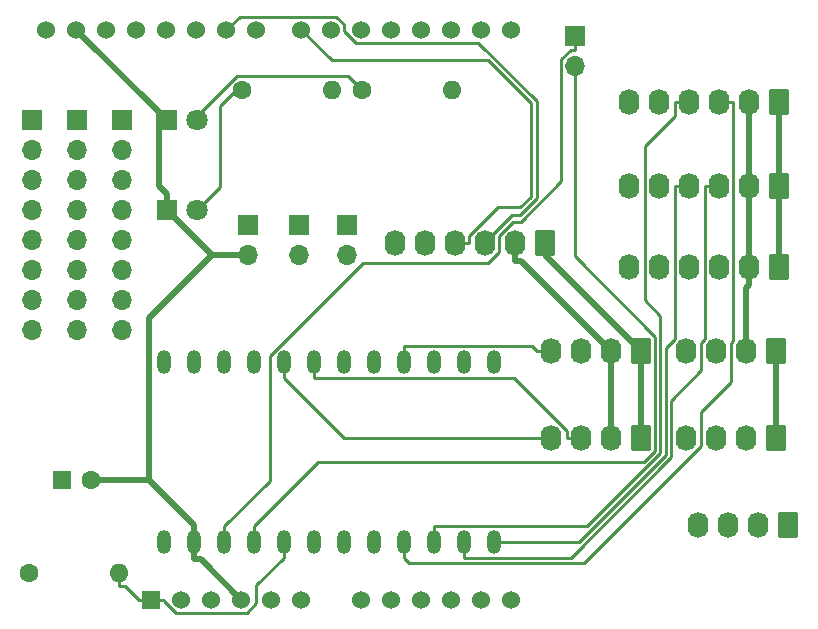
<source format=gbr>
G04 #@! TF.GenerationSoftware,KiCad,Pcbnew,(5.1.5-0-10_14)*
G04 #@! TF.CreationDate,2020-07-20T14:51:16+10:00*
G04 #@! TF.ProjectId,Arduino_NW_I2C,41726475-696e-46f5-9f4e-575f4932432e,rev?*
G04 #@! TF.SameCoordinates,Original*
G04 #@! TF.FileFunction,Copper,L2,Bot*
G04 #@! TF.FilePolarity,Positive*
%FSLAX46Y46*%
G04 Gerber Fmt 4.6, Leading zero omitted, Abs format (unit mm)*
G04 Created by KiCad (PCBNEW (5.1.5-0-10_14)) date 2020-07-20 14:51:16*
%MOMM*%
%LPD*%
G04 APERTURE LIST*
%ADD10O,1.740000X2.200000*%
%ADD11C,0.100000*%
%ADD12O,1.600000X1.600000*%
%ADD13C,1.600000*%
%ADD14O,1.700000X1.700000*%
%ADD15R,1.700000X1.700000*%
%ADD16O,1.200000X2.000000*%
%ADD17C,1.800000*%
%ADD18R,1.800000X1.800000*%
%ADD19R,1.600000X1.600000*%
%ADD20C,1.524000*%
%ADD21R,1.524000X1.524000*%
%ADD22C,0.500000*%
%ADD23C,0.250000*%
G04 APERTURE END LIST*
D10*
X151496000Y-85852000D03*
X154036000Y-85852000D03*
X156576000Y-85852000D03*
X159116000Y-85852000D03*
X161656000Y-85852000D03*
G04 #@! TA.AperFunction,ComponentPad*
D11*
G36*
X164840505Y-84753204D02*
G01*
X164864773Y-84756804D01*
X164888572Y-84762765D01*
X164911671Y-84771030D01*
X164933850Y-84781520D01*
X164954893Y-84794132D01*
X164974599Y-84808747D01*
X164992777Y-84825223D01*
X165009253Y-84843401D01*
X165023868Y-84863107D01*
X165036480Y-84884150D01*
X165046970Y-84906329D01*
X165055235Y-84929428D01*
X165061196Y-84953227D01*
X165064796Y-84977495D01*
X165066000Y-85001999D01*
X165066000Y-86702001D01*
X165064796Y-86726505D01*
X165061196Y-86750773D01*
X165055235Y-86774572D01*
X165046970Y-86797671D01*
X165036480Y-86819850D01*
X165023868Y-86840893D01*
X165009253Y-86860599D01*
X164992777Y-86878777D01*
X164974599Y-86895253D01*
X164954893Y-86909868D01*
X164933850Y-86922480D01*
X164911671Y-86932970D01*
X164888572Y-86941235D01*
X164864773Y-86947196D01*
X164840505Y-86950796D01*
X164816001Y-86952000D01*
X163575999Y-86952000D01*
X163551495Y-86950796D01*
X163527227Y-86947196D01*
X163503428Y-86941235D01*
X163480329Y-86932970D01*
X163458150Y-86922480D01*
X163437107Y-86909868D01*
X163417401Y-86895253D01*
X163399223Y-86878777D01*
X163382747Y-86860599D01*
X163368132Y-86840893D01*
X163355520Y-86819850D01*
X163345030Y-86797671D01*
X163336765Y-86774572D01*
X163330804Y-86750773D01*
X163327204Y-86726505D01*
X163326000Y-86702001D01*
X163326000Y-85001999D01*
X163327204Y-84977495D01*
X163330804Y-84953227D01*
X163336765Y-84929428D01*
X163345030Y-84906329D01*
X163355520Y-84884150D01*
X163368132Y-84863107D01*
X163382747Y-84843401D01*
X163399223Y-84825223D01*
X163417401Y-84808747D01*
X163437107Y-84794132D01*
X163458150Y-84781520D01*
X163480329Y-84771030D01*
X163503428Y-84762765D01*
X163527227Y-84756804D01*
X163551495Y-84753204D01*
X163575999Y-84752000D01*
X164816001Y-84752000D01*
X164840505Y-84753204D01*
G37*
G04 #@! TD.AperFunction*
D12*
X108316000Y-111760000D03*
D13*
X100696000Y-111760000D03*
D12*
X136510000Y-70866000D03*
D13*
X128890000Y-70866000D03*
D12*
X126350000Y-70866000D03*
D13*
X118730000Y-70866000D03*
D14*
X146924000Y-68834000D03*
D15*
X146924000Y-66294000D03*
D14*
X108570000Y-91186000D03*
X108570000Y-88646000D03*
X108570000Y-86106000D03*
X108570000Y-83566000D03*
X108570000Y-81026000D03*
X108570000Y-78486000D03*
X108570000Y-75946000D03*
D15*
X108570000Y-73406000D03*
D14*
X104760000Y-91186000D03*
X104760000Y-88646000D03*
X104760000Y-86106000D03*
X104760000Y-83566000D03*
X104760000Y-81026000D03*
X104760000Y-78486000D03*
X104760000Y-75946000D03*
D15*
X104760000Y-73406000D03*
D14*
X100950000Y-91186000D03*
X100950000Y-88646000D03*
X100950000Y-86106000D03*
X100950000Y-83566000D03*
X100950000Y-81026000D03*
X100950000Y-78486000D03*
X100950000Y-75946000D03*
D15*
X100950000Y-73406000D03*
D10*
X156322000Y-100330000D03*
X158862000Y-100330000D03*
X161402000Y-100330000D03*
G04 #@! TA.AperFunction,ComponentPad*
D11*
G36*
X164586505Y-99231204D02*
G01*
X164610773Y-99234804D01*
X164634572Y-99240765D01*
X164657671Y-99249030D01*
X164679850Y-99259520D01*
X164700893Y-99272132D01*
X164720599Y-99286747D01*
X164738777Y-99303223D01*
X164755253Y-99321401D01*
X164769868Y-99341107D01*
X164782480Y-99362150D01*
X164792970Y-99384329D01*
X164801235Y-99407428D01*
X164807196Y-99431227D01*
X164810796Y-99455495D01*
X164812000Y-99479999D01*
X164812000Y-101180001D01*
X164810796Y-101204505D01*
X164807196Y-101228773D01*
X164801235Y-101252572D01*
X164792970Y-101275671D01*
X164782480Y-101297850D01*
X164769868Y-101318893D01*
X164755253Y-101338599D01*
X164738777Y-101356777D01*
X164720599Y-101373253D01*
X164700893Y-101387868D01*
X164679850Y-101400480D01*
X164657671Y-101410970D01*
X164634572Y-101419235D01*
X164610773Y-101425196D01*
X164586505Y-101428796D01*
X164562001Y-101430000D01*
X163321999Y-101430000D01*
X163297495Y-101428796D01*
X163273227Y-101425196D01*
X163249428Y-101419235D01*
X163226329Y-101410970D01*
X163204150Y-101400480D01*
X163183107Y-101387868D01*
X163163401Y-101373253D01*
X163145223Y-101356777D01*
X163128747Y-101338599D01*
X163114132Y-101318893D01*
X163101520Y-101297850D01*
X163091030Y-101275671D01*
X163082765Y-101252572D01*
X163076804Y-101228773D01*
X163073204Y-101204505D01*
X163072000Y-101180001D01*
X163072000Y-99479999D01*
X163073204Y-99455495D01*
X163076804Y-99431227D01*
X163082765Y-99407428D01*
X163091030Y-99384329D01*
X163101520Y-99362150D01*
X163114132Y-99341107D01*
X163128747Y-99321401D01*
X163145223Y-99303223D01*
X163163401Y-99286747D01*
X163183107Y-99272132D01*
X163204150Y-99259520D01*
X163226329Y-99249030D01*
X163249428Y-99240765D01*
X163273227Y-99234804D01*
X163297495Y-99231204D01*
X163321999Y-99230000D01*
X164562001Y-99230000D01*
X164586505Y-99231204D01*
G37*
G04 #@! TD.AperFunction*
D10*
X144892000Y-100330000D03*
X147432000Y-100330000D03*
X149972000Y-100330000D03*
G04 #@! TA.AperFunction,ComponentPad*
D11*
G36*
X153156505Y-99231204D02*
G01*
X153180773Y-99234804D01*
X153204572Y-99240765D01*
X153227671Y-99249030D01*
X153249850Y-99259520D01*
X153270893Y-99272132D01*
X153290599Y-99286747D01*
X153308777Y-99303223D01*
X153325253Y-99321401D01*
X153339868Y-99341107D01*
X153352480Y-99362150D01*
X153362970Y-99384329D01*
X153371235Y-99407428D01*
X153377196Y-99431227D01*
X153380796Y-99455495D01*
X153382000Y-99479999D01*
X153382000Y-101180001D01*
X153380796Y-101204505D01*
X153377196Y-101228773D01*
X153371235Y-101252572D01*
X153362970Y-101275671D01*
X153352480Y-101297850D01*
X153339868Y-101318893D01*
X153325253Y-101338599D01*
X153308777Y-101356777D01*
X153290599Y-101373253D01*
X153270893Y-101387868D01*
X153249850Y-101400480D01*
X153227671Y-101410970D01*
X153204572Y-101419235D01*
X153180773Y-101425196D01*
X153156505Y-101428796D01*
X153132001Y-101430000D01*
X151891999Y-101430000D01*
X151867495Y-101428796D01*
X151843227Y-101425196D01*
X151819428Y-101419235D01*
X151796329Y-101410970D01*
X151774150Y-101400480D01*
X151753107Y-101387868D01*
X151733401Y-101373253D01*
X151715223Y-101356777D01*
X151698747Y-101338599D01*
X151684132Y-101318893D01*
X151671520Y-101297850D01*
X151661030Y-101275671D01*
X151652765Y-101252572D01*
X151646804Y-101228773D01*
X151643204Y-101204505D01*
X151642000Y-101180001D01*
X151642000Y-99479999D01*
X151643204Y-99455495D01*
X151646804Y-99431227D01*
X151652765Y-99407428D01*
X151661030Y-99384329D01*
X151671520Y-99362150D01*
X151684132Y-99341107D01*
X151698747Y-99321401D01*
X151715223Y-99303223D01*
X151733401Y-99286747D01*
X151753107Y-99272132D01*
X151774150Y-99259520D01*
X151796329Y-99249030D01*
X151819428Y-99240765D01*
X151843227Y-99234804D01*
X151867495Y-99231204D01*
X151891999Y-99230000D01*
X153132001Y-99230000D01*
X153156505Y-99231204D01*
G37*
G04 #@! TD.AperFunction*
D10*
X156322000Y-92964000D03*
X158862000Y-92964000D03*
X161402000Y-92964000D03*
G04 #@! TA.AperFunction,ComponentPad*
D11*
G36*
X164586505Y-91865204D02*
G01*
X164610773Y-91868804D01*
X164634572Y-91874765D01*
X164657671Y-91883030D01*
X164679850Y-91893520D01*
X164700893Y-91906132D01*
X164720599Y-91920747D01*
X164738777Y-91937223D01*
X164755253Y-91955401D01*
X164769868Y-91975107D01*
X164782480Y-91996150D01*
X164792970Y-92018329D01*
X164801235Y-92041428D01*
X164807196Y-92065227D01*
X164810796Y-92089495D01*
X164812000Y-92113999D01*
X164812000Y-93814001D01*
X164810796Y-93838505D01*
X164807196Y-93862773D01*
X164801235Y-93886572D01*
X164792970Y-93909671D01*
X164782480Y-93931850D01*
X164769868Y-93952893D01*
X164755253Y-93972599D01*
X164738777Y-93990777D01*
X164720599Y-94007253D01*
X164700893Y-94021868D01*
X164679850Y-94034480D01*
X164657671Y-94044970D01*
X164634572Y-94053235D01*
X164610773Y-94059196D01*
X164586505Y-94062796D01*
X164562001Y-94064000D01*
X163321999Y-94064000D01*
X163297495Y-94062796D01*
X163273227Y-94059196D01*
X163249428Y-94053235D01*
X163226329Y-94044970D01*
X163204150Y-94034480D01*
X163183107Y-94021868D01*
X163163401Y-94007253D01*
X163145223Y-93990777D01*
X163128747Y-93972599D01*
X163114132Y-93952893D01*
X163101520Y-93931850D01*
X163091030Y-93909671D01*
X163082765Y-93886572D01*
X163076804Y-93862773D01*
X163073204Y-93838505D01*
X163072000Y-93814001D01*
X163072000Y-92113999D01*
X163073204Y-92089495D01*
X163076804Y-92065227D01*
X163082765Y-92041428D01*
X163091030Y-92018329D01*
X163101520Y-91996150D01*
X163114132Y-91975107D01*
X163128747Y-91955401D01*
X163145223Y-91937223D01*
X163163401Y-91920747D01*
X163183107Y-91906132D01*
X163204150Y-91893520D01*
X163226329Y-91883030D01*
X163249428Y-91874765D01*
X163273227Y-91868804D01*
X163297495Y-91865204D01*
X163321999Y-91864000D01*
X164562001Y-91864000D01*
X164586505Y-91865204D01*
G37*
G04 #@! TD.AperFunction*
D10*
X144892000Y-92964000D03*
X147432000Y-92964000D03*
X149972000Y-92964000D03*
G04 #@! TA.AperFunction,ComponentPad*
D11*
G36*
X153156505Y-91865204D02*
G01*
X153180773Y-91868804D01*
X153204572Y-91874765D01*
X153227671Y-91883030D01*
X153249850Y-91893520D01*
X153270893Y-91906132D01*
X153290599Y-91920747D01*
X153308777Y-91937223D01*
X153325253Y-91955401D01*
X153339868Y-91975107D01*
X153352480Y-91996150D01*
X153362970Y-92018329D01*
X153371235Y-92041428D01*
X153377196Y-92065227D01*
X153380796Y-92089495D01*
X153382000Y-92113999D01*
X153382000Y-93814001D01*
X153380796Y-93838505D01*
X153377196Y-93862773D01*
X153371235Y-93886572D01*
X153362970Y-93909671D01*
X153352480Y-93931850D01*
X153339868Y-93952893D01*
X153325253Y-93972599D01*
X153308777Y-93990777D01*
X153290599Y-94007253D01*
X153270893Y-94021868D01*
X153249850Y-94034480D01*
X153227671Y-94044970D01*
X153204572Y-94053235D01*
X153180773Y-94059196D01*
X153156505Y-94062796D01*
X153132001Y-94064000D01*
X151891999Y-94064000D01*
X151867495Y-94062796D01*
X151843227Y-94059196D01*
X151819428Y-94053235D01*
X151796329Y-94044970D01*
X151774150Y-94034480D01*
X151753107Y-94021868D01*
X151733401Y-94007253D01*
X151715223Y-93990777D01*
X151698747Y-93972599D01*
X151684132Y-93952893D01*
X151671520Y-93931850D01*
X151661030Y-93909671D01*
X151652765Y-93886572D01*
X151646804Y-93862773D01*
X151643204Y-93838505D01*
X151642000Y-93814001D01*
X151642000Y-92113999D01*
X151643204Y-92089495D01*
X151646804Y-92065227D01*
X151652765Y-92041428D01*
X151661030Y-92018329D01*
X151671520Y-91996150D01*
X151684132Y-91975107D01*
X151698747Y-91955401D01*
X151715223Y-91937223D01*
X151733401Y-91920747D01*
X151753107Y-91906132D01*
X151774150Y-91893520D01*
X151796329Y-91883030D01*
X151819428Y-91874765D01*
X151843227Y-91868804D01*
X151867495Y-91865204D01*
X151891999Y-91864000D01*
X153132001Y-91864000D01*
X153156505Y-91865204D01*
G37*
G04 #@! TD.AperFunction*
D10*
X131684000Y-83820000D03*
X134224000Y-83820000D03*
X136764000Y-83820000D03*
X139304000Y-83820000D03*
X141844000Y-83820000D03*
G04 #@! TA.AperFunction,ComponentPad*
D11*
G36*
X145028505Y-82721204D02*
G01*
X145052773Y-82724804D01*
X145076572Y-82730765D01*
X145099671Y-82739030D01*
X145121850Y-82749520D01*
X145142893Y-82762132D01*
X145162599Y-82776747D01*
X145180777Y-82793223D01*
X145197253Y-82811401D01*
X145211868Y-82831107D01*
X145224480Y-82852150D01*
X145234970Y-82874329D01*
X145243235Y-82897428D01*
X145249196Y-82921227D01*
X145252796Y-82945495D01*
X145254000Y-82969999D01*
X145254000Y-84670001D01*
X145252796Y-84694505D01*
X145249196Y-84718773D01*
X145243235Y-84742572D01*
X145234970Y-84765671D01*
X145224480Y-84787850D01*
X145211868Y-84808893D01*
X145197253Y-84828599D01*
X145180777Y-84846777D01*
X145162599Y-84863253D01*
X145142893Y-84877868D01*
X145121850Y-84890480D01*
X145099671Y-84900970D01*
X145076572Y-84909235D01*
X145052773Y-84915196D01*
X145028505Y-84918796D01*
X145004001Y-84920000D01*
X143763999Y-84920000D01*
X143739495Y-84918796D01*
X143715227Y-84915196D01*
X143691428Y-84909235D01*
X143668329Y-84900970D01*
X143646150Y-84890480D01*
X143625107Y-84877868D01*
X143605401Y-84863253D01*
X143587223Y-84846777D01*
X143570747Y-84828599D01*
X143556132Y-84808893D01*
X143543520Y-84787850D01*
X143533030Y-84765671D01*
X143524765Y-84742572D01*
X143518804Y-84718773D01*
X143515204Y-84694505D01*
X143514000Y-84670001D01*
X143514000Y-82969999D01*
X143515204Y-82945495D01*
X143518804Y-82921227D01*
X143524765Y-82897428D01*
X143533030Y-82874329D01*
X143543520Y-82852150D01*
X143556132Y-82831107D01*
X143570747Y-82811401D01*
X143587223Y-82793223D01*
X143605401Y-82776747D01*
X143625107Y-82762132D01*
X143646150Y-82749520D01*
X143668329Y-82739030D01*
X143691428Y-82730765D01*
X143715227Y-82724804D01*
X143739495Y-82721204D01*
X143763999Y-82720000D01*
X145004001Y-82720000D01*
X145028505Y-82721204D01*
G37*
G04 #@! TD.AperFunction*
D10*
X151496000Y-78994000D03*
X154036000Y-78994000D03*
X156576000Y-78994000D03*
X159116000Y-78994000D03*
X161656000Y-78994000D03*
G04 #@! TA.AperFunction,ComponentPad*
D11*
G36*
X164840505Y-77895204D02*
G01*
X164864773Y-77898804D01*
X164888572Y-77904765D01*
X164911671Y-77913030D01*
X164933850Y-77923520D01*
X164954893Y-77936132D01*
X164974599Y-77950747D01*
X164992777Y-77967223D01*
X165009253Y-77985401D01*
X165023868Y-78005107D01*
X165036480Y-78026150D01*
X165046970Y-78048329D01*
X165055235Y-78071428D01*
X165061196Y-78095227D01*
X165064796Y-78119495D01*
X165066000Y-78143999D01*
X165066000Y-79844001D01*
X165064796Y-79868505D01*
X165061196Y-79892773D01*
X165055235Y-79916572D01*
X165046970Y-79939671D01*
X165036480Y-79961850D01*
X165023868Y-79982893D01*
X165009253Y-80002599D01*
X164992777Y-80020777D01*
X164974599Y-80037253D01*
X164954893Y-80051868D01*
X164933850Y-80064480D01*
X164911671Y-80074970D01*
X164888572Y-80083235D01*
X164864773Y-80089196D01*
X164840505Y-80092796D01*
X164816001Y-80094000D01*
X163575999Y-80094000D01*
X163551495Y-80092796D01*
X163527227Y-80089196D01*
X163503428Y-80083235D01*
X163480329Y-80074970D01*
X163458150Y-80064480D01*
X163437107Y-80051868D01*
X163417401Y-80037253D01*
X163399223Y-80020777D01*
X163382747Y-80002599D01*
X163368132Y-79982893D01*
X163355520Y-79961850D01*
X163345030Y-79939671D01*
X163336765Y-79916572D01*
X163330804Y-79892773D01*
X163327204Y-79868505D01*
X163326000Y-79844001D01*
X163326000Y-78143999D01*
X163327204Y-78119495D01*
X163330804Y-78095227D01*
X163336765Y-78071428D01*
X163345030Y-78048329D01*
X163355520Y-78026150D01*
X163368132Y-78005107D01*
X163382747Y-77985401D01*
X163399223Y-77967223D01*
X163417401Y-77950747D01*
X163437107Y-77936132D01*
X163458150Y-77923520D01*
X163480329Y-77913030D01*
X163503428Y-77904765D01*
X163527227Y-77898804D01*
X163551495Y-77895204D01*
X163575999Y-77894000D01*
X164816001Y-77894000D01*
X164840505Y-77895204D01*
G37*
G04 #@! TD.AperFunction*
D10*
X151496000Y-71882000D03*
X154036000Y-71882000D03*
X156576000Y-71882000D03*
X159116000Y-71882000D03*
X161656000Y-71882000D03*
G04 #@! TA.AperFunction,ComponentPad*
D11*
G36*
X164840505Y-70783204D02*
G01*
X164864773Y-70786804D01*
X164888572Y-70792765D01*
X164911671Y-70801030D01*
X164933850Y-70811520D01*
X164954893Y-70824132D01*
X164974599Y-70838747D01*
X164992777Y-70855223D01*
X165009253Y-70873401D01*
X165023868Y-70893107D01*
X165036480Y-70914150D01*
X165046970Y-70936329D01*
X165055235Y-70959428D01*
X165061196Y-70983227D01*
X165064796Y-71007495D01*
X165066000Y-71031999D01*
X165066000Y-72732001D01*
X165064796Y-72756505D01*
X165061196Y-72780773D01*
X165055235Y-72804572D01*
X165046970Y-72827671D01*
X165036480Y-72849850D01*
X165023868Y-72870893D01*
X165009253Y-72890599D01*
X164992777Y-72908777D01*
X164974599Y-72925253D01*
X164954893Y-72939868D01*
X164933850Y-72952480D01*
X164911671Y-72962970D01*
X164888572Y-72971235D01*
X164864773Y-72977196D01*
X164840505Y-72980796D01*
X164816001Y-72982000D01*
X163575999Y-72982000D01*
X163551495Y-72980796D01*
X163527227Y-72977196D01*
X163503428Y-72971235D01*
X163480329Y-72962970D01*
X163458150Y-72952480D01*
X163437107Y-72939868D01*
X163417401Y-72925253D01*
X163399223Y-72908777D01*
X163382747Y-72890599D01*
X163368132Y-72870893D01*
X163355520Y-72849850D01*
X163345030Y-72827671D01*
X163336765Y-72804572D01*
X163330804Y-72780773D01*
X163327204Y-72756505D01*
X163326000Y-72732001D01*
X163326000Y-71031999D01*
X163327204Y-71007495D01*
X163330804Y-70983227D01*
X163336765Y-70959428D01*
X163345030Y-70936329D01*
X163355520Y-70914150D01*
X163368132Y-70893107D01*
X163382747Y-70873401D01*
X163399223Y-70855223D01*
X163417401Y-70838747D01*
X163437107Y-70824132D01*
X163458150Y-70811520D01*
X163480329Y-70801030D01*
X163503428Y-70792765D01*
X163527227Y-70786804D01*
X163551495Y-70783204D01*
X163575999Y-70782000D01*
X164816001Y-70782000D01*
X164840505Y-70783204D01*
G37*
G04 #@! TD.AperFunction*
D10*
X157338000Y-107696000D03*
X159878000Y-107696000D03*
X162418000Y-107696000D03*
G04 #@! TA.AperFunction,ComponentPad*
D11*
G36*
X165602505Y-106597204D02*
G01*
X165626773Y-106600804D01*
X165650572Y-106606765D01*
X165673671Y-106615030D01*
X165695850Y-106625520D01*
X165716893Y-106638132D01*
X165736599Y-106652747D01*
X165754777Y-106669223D01*
X165771253Y-106687401D01*
X165785868Y-106707107D01*
X165798480Y-106728150D01*
X165808970Y-106750329D01*
X165817235Y-106773428D01*
X165823196Y-106797227D01*
X165826796Y-106821495D01*
X165828000Y-106845999D01*
X165828000Y-108546001D01*
X165826796Y-108570505D01*
X165823196Y-108594773D01*
X165817235Y-108618572D01*
X165808970Y-108641671D01*
X165798480Y-108663850D01*
X165785868Y-108684893D01*
X165771253Y-108704599D01*
X165754777Y-108722777D01*
X165736599Y-108739253D01*
X165716893Y-108753868D01*
X165695850Y-108766480D01*
X165673671Y-108776970D01*
X165650572Y-108785235D01*
X165626773Y-108791196D01*
X165602505Y-108794796D01*
X165578001Y-108796000D01*
X164337999Y-108796000D01*
X164313495Y-108794796D01*
X164289227Y-108791196D01*
X164265428Y-108785235D01*
X164242329Y-108776970D01*
X164220150Y-108766480D01*
X164199107Y-108753868D01*
X164179401Y-108739253D01*
X164161223Y-108722777D01*
X164144747Y-108704599D01*
X164130132Y-108684893D01*
X164117520Y-108663850D01*
X164107030Y-108641671D01*
X164098765Y-108618572D01*
X164092804Y-108594773D01*
X164089204Y-108570505D01*
X164088000Y-108546001D01*
X164088000Y-106845999D01*
X164089204Y-106821495D01*
X164092804Y-106797227D01*
X164098765Y-106773428D01*
X164107030Y-106750329D01*
X164117520Y-106728150D01*
X164130132Y-106707107D01*
X164144747Y-106687401D01*
X164161223Y-106669223D01*
X164179401Y-106652747D01*
X164199107Y-106638132D01*
X164220150Y-106625520D01*
X164242329Y-106615030D01*
X164265428Y-106606765D01*
X164289227Y-106600804D01*
X164313495Y-106597204D01*
X164337999Y-106596000D01*
X165578001Y-106596000D01*
X165602505Y-106597204D01*
G37*
G04 #@! TD.AperFunction*
D14*
X119238000Y-84836000D03*
D15*
X119238000Y-82296000D03*
D14*
X123556000Y-84836000D03*
D15*
X123556000Y-82296000D03*
D14*
X127620000Y-84836000D03*
D15*
X127620000Y-82296000D03*
D16*
X140080000Y-109146000D03*
X140080000Y-93906000D03*
X137540000Y-109146000D03*
X137540000Y-93906000D03*
X135000000Y-109146000D03*
X135000000Y-93906000D03*
X132460000Y-109146000D03*
X132460000Y-93906000D03*
X129920000Y-109146000D03*
X129920000Y-93906000D03*
X127380000Y-109146000D03*
X127380000Y-93906000D03*
X124840000Y-109146000D03*
X124840000Y-93906000D03*
X122300000Y-109146000D03*
X122300000Y-93906000D03*
X119760000Y-109146000D03*
X119760000Y-93906000D03*
X117220000Y-109146000D03*
X117220000Y-93906000D03*
X114680000Y-109146000D03*
X114680000Y-93906000D03*
X112140000Y-109146000D03*
X112140000Y-93906000D03*
D17*
X114920000Y-81026000D03*
D18*
X112380000Y-81026000D03*
D17*
X114920000Y-73406000D03*
D18*
X112380000Y-73406000D03*
D19*
X103490000Y-103886000D03*
D13*
X105990000Y-103886000D03*
D20*
X102177000Y-65782000D03*
X104717000Y-65782000D03*
X107257000Y-65782000D03*
X109797000Y-65782000D03*
X112337000Y-65782000D03*
X114877000Y-65782000D03*
X117417000Y-65782000D03*
X119957000Y-65782000D03*
X123767000Y-65782000D03*
X126307000Y-65782000D03*
X128847000Y-65782000D03*
X131387000Y-65782000D03*
X133927000Y-65782000D03*
X136467000Y-65782000D03*
X139007000Y-65782000D03*
X141547000Y-65782000D03*
X141547000Y-114042000D03*
X139007000Y-114042000D03*
X136467000Y-114042000D03*
X133927000Y-114042000D03*
X131387000Y-114042000D03*
X128847000Y-114042000D03*
X123767000Y-114042000D03*
X121227000Y-114042000D03*
X118687000Y-114042000D03*
X116147000Y-114042000D03*
X113607000Y-114042000D03*
D21*
X111067000Y-114042000D03*
D22*
X161402000Y-92964000D02*
X161402000Y-91413700D01*
X161656000Y-87402300D02*
X161402000Y-87656300D01*
X161402000Y-87656300D02*
X161402000Y-91413700D01*
X149972000Y-92964000D02*
X149972000Y-100330000D01*
X149972000Y-92964000D02*
X142378300Y-85370300D01*
X142378300Y-85370300D02*
X141844000Y-85370300D01*
X161656000Y-85852000D02*
X161656000Y-87402300D01*
X114680000Y-109146000D02*
X114680000Y-110596300D01*
X118687000Y-114042000D02*
X115241300Y-110596300D01*
X115241300Y-110596300D02*
X114680000Y-110596300D01*
X161656000Y-78994000D02*
X161656000Y-71882000D01*
X161656000Y-85852000D02*
X161656000Y-78994000D01*
X110870300Y-103886000D02*
X105990000Y-103886000D01*
X114680000Y-107870800D02*
X114680000Y-107695700D01*
X114680000Y-107695700D02*
X110870300Y-103886000D01*
X110870300Y-103886000D02*
X110870300Y-90155700D01*
X110870300Y-90155700D02*
X116190000Y-84836000D01*
X114680000Y-109146000D02*
X114680000Y-107870800D01*
X111704900Y-73406000D02*
X111704900Y-72769900D01*
X111704900Y-72769900D02*
X104717000Y-65782000D01*
X112380000Y-79675700D02*
X111704900Y-79000600D01*
X111704900Y-79000600D02*
X111704900Y-73406000D01*
X112380000Y-81026000D02*
X112380000Y-79675700D01*
X112380000Y-73406000D02*
X111704900Y-73406000D01*
X112380000Y-81026000D02*
X116190000Y-84836000D01*
X141844000Y-83820000D02*
X141844000Y-85370300D01*
X116190000Y-84836000D02*
X119238000Y-84836000D01*
X152512000Y-100330000D02*
X152512000Y-92964000D01*
X163942000Y-100330000D02*
X163942000Y-92964000D01*
X164196000Y-78994000D02*
X164196000Y-85852000D01*
X164196000Y-71882000D02*
X164196000Y-78994000D01*
X152512000Y-92964000D02*
X144384000Y-84836000D01*
X144384000Y-84836000D02*
X144384000Y-83820000D01*
D23*
X114920000Y-73406000D02*
X114920000Y-73083400D01*
X114920000Y-73083400D02*
X118281200Y-69722200D01*
X118281200Y-69722200D02*
X127746200Y-69722200D01*
X127746200Y-69722200D02*
X128890000Y-70866000D01*
X114920000Y-81026000D02*
X116852200Y-79093800D01*
X116852200Y-79093800D02*
X116852200Y-72277100D01*
X116852200Y-72277100D02*
X118263300Y-70866000D01*
X118263300Y-70866000D02*
X118730000Y-70866000D01*
X139304000Y-83820000D02*
X139304000Y-83735700D01*
X139304000Y-83735700D02*
X141562700Y-81477000D01*
X141562700Y-81477000D02*
X142257600Y-81477000D01*
X142257600Y-81477000D02*
X143684500Y-80050100D01*
X143684500Y-80050100D02*
X143684500Y-71813600D01*
X143684500Y-71813600D02*
X138740200Y-66869300D01*
X138740200Y-66869300D02*
X128368800Y-66869300D01*
X128368800Y-66869300D02*
X127394300Y-65894800D01*
X127394300Y-65894800D02*
X127394300Y-65331500D01*
X127394300Y-65331500D02*
X126735800Y-64673000D01*
X126735800Y-64673000D02*
X118526000Y-64673000D01*
X118526000Y-64673000D02*
X117417000Y-65782000D01*
X136764000Y-83820000D02*
X137959300Y-83820000D01*
X123767000Y-65782000D02*
X126355900Y-68370900D01*
X126355900Y-68370900D02*
X139604800Y-68370900D01*
X139604800Y-68370900D02*
X143185300Y-71951400D01*
X143185300Y-71951400D02*
X143185300Y-79912300D01*
X143185300Y-79912300D02*
X142296000Y-80801600D01*
X142296000Y-80801600D02*
X140380000Y-80801600D01*
X140380000Y-80801600D02*
X137959300Y-83222300D01*
X137959300Y-83222300D02*
X137959300Y-83820000D01*
X159116000Y-71882000D02*
X160311300Y-71882000D01*
X132460000Y-109146000D02*
X132460000Y-110471300D01*
X132460000Y-110471300D02*
X132912200Y-110923500D01*
X132912200Y-110923500D02*
X147708200Y-110923500D01*
X147708200Y-110923500D02*
X157592000Y-101039700D01*
X157592000Y-101039700D02*
X157592000Y-98170500D01*
X157592000Y-98170500D02*
X160172500Y-95590000D01*
X160172500Y-95590000D02*
X160172500Y-92272900D01*
X160172500Y-92272900D02*
X160311300Y-92134100D01*
X160311300Y-92134100D02*
X160311300Y-71882000D01*
X135000000Y-107820700D02*
X147968700Y-107820700D01*
X147968700Y-107820700D02*
X154167000Y-101622400D01*
X154167000Y-101622400D02*
X154167000Y-90012000D01*
X154167000Y-90012000D02*
X152821200Y-88666200D01*
X152821200Y-88666200D02*
X152821200Y-75636800D01*
X152821200Y-75636800D02*
X155380700Y-73077300D01*
X155380700Y-73077300D02*
X155380700Y-71882000D01*
X156576000Y-71882000D02*
X155380700Y-71882000D01*
X135000000Y-109146000D02*
X135000000Y-107820700D01*
X137540000Y-110471300D02*
X146591900Y-110471300D01*
X146591900Y-110471300D02*
X155067600Y-101995600D01*
X155067600Y-101995600D02*
X155067600Y-97178100D01*
X155067600Y-97178100D02*
X157632600Y-94613100D01*
X157632600Y-94613100D02*
X157632600Y-92272800D01*
X157632600Y-92272800D02*
X157920700Y-91984700D01*
X157920700Y-91984700D02*
X157920700Y-78994000D01*
X159116000Y-78994000D02*
X157920700Y-78994000D01*
X137540000Y-109146000D02*
X137540000Y-110471300D01*
X140080000Y-109146000D02*
X147280300Y-109146000D01*
X147280300Y-109146000D02*
X154617300Y-101809000D01*
X154617300Y-101809000D02*
X154617300Y-92748100D01*
X154617300Y-92748100D02*
X155380700Y-91984700D01*
X155380700Y-91984700D02*
X155380700Y-78994000D01*
X156576000Y-78994000D02*
X155380700Y-78994000D01*
X144892000Y-92964000D02*
X143696700Y-92964000D01*
X132460000Y-93906000D02*
X132460000Y-92580700D01*
X132460000Y-92580700D02*
X143313400Y-92580700D01*
X143313400Y-92580700D02*
X143696700Y-92964000D01*
X147432000Y-100330000D02*
X146236700Y-100330000D01*
X124840000Y-93906000D02*
X124840000Y-95231300D01*
X124840000Y-95231300D02*
X141735600Y-95231300D01*
X141735600Y-95231300D02*
X146236700Y-99732400D01*
X146236700Y-99732400D02*
X146236700Y-100330000D01*
X122300000Y-93906000D02*
X122300000Y-95231300D01*
X122300000Y-95231300D02*
X127398700Y-100330000D01*
X127398700Y-100330000D02*
X144892000Y-100330000D01*
X119760000Y-109146000D02*
X119760000Y-107820700D01*
X119760000Y-107820700D02*
X125158400Y-102422300D01*
X125158400Y-102422300D02*
X152730200Y-102422300D01*
X152730200Y-102422300D02*
X153716700Y-101435800D01*
X153716700Y-101435800D02*
X153716700Y-91776900D01*
X153716700Y-91776900D02*
X146924000Y-84984200D01*
X146924000Y-84984200D02*
X146924000Y-68834000D01*
X146924000Y-66294000D02*
X146924000Y-67469300D01*
X117220000Y-109146000D02*
X117220000Y-107820700D01*
X117220000Y-107820700D02*
X121085300Y-103955400D01*
X121085300Y-103955400D02*
X121085300Y-93403800D01*
X121085300Y-93403800D02*
X128963000Y-85526100D01*
X128963000Y-85526100D02*
X139559600Y-85526100D01*
X139559600Y-85526100D02*
X140499400Y-84586300D01*
X140499400Y-84586300D02*
X140499400Y-83234900D01*
X140499400Y-83234900D02*
X141708900Y-82025400D01*
X141708900Y-82025400D02*
X142355700Y-82025400D01*
X142355700Y-82025400D02*
X145748700Y-78632400D01*
X145748700Y-78632400D02*
X145748700Y-68277200D01*
X145748700Y-68277200D02*
X146556600Y-67469300D01*
X146556600Y-67469300D02*
X146924000Y-67469300D01*
X111067000Y-114042000D02*
X112154300Y-114042000D01*
X122300000Y-109146000D02*
X122300000Y-110471300D01*
X122300000Y-110471300D02*
X119957000Y-112814300D01*
X119957000Y-112814300D02*
X119957000Y-114336100D01*
X119957000Y-114336100D02*
X119163800Y-115129300D01*
X119163800Y-115129300D02*
X113105600Y-115129300D01*
X113105600Y-115129300D02*
X112154300Y-114178000D01*
X112154300Y-114178000D02*
X112154300Y-114042000D01*
X108316000Y-111760000D02*
X108316000Y-112885300D01*
X111067000Y-114042000D02*
X109979700Y-114042000D01*
X109979700Y-114042000D02*
X108823000Y-112885300D01*
X108823000Y-112885300D02*
X108316000Y-112885300D01*
M02*

</source>
